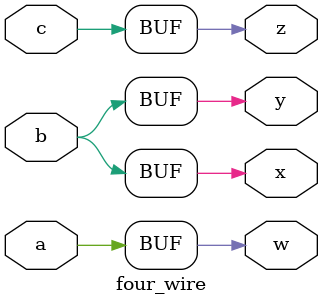
<source format=v>
module four_wire (
    input  a,
    b,
    c,
    output w,
    x,
    y,
    z
);
  assign {w, x, y, z} = {a, b, b, c};
endmodule

</source>
